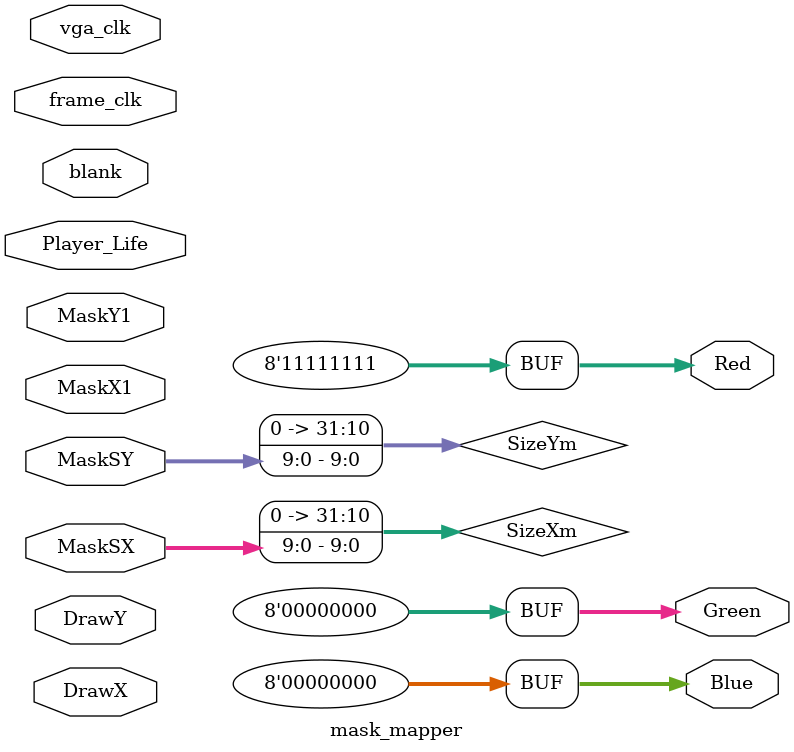
<source format=sv>
module  mask_mapper ( input			 vga_clk, frame_clk,
								input		 	 [3:0] Player_Life,
								input        [9:0] MaskX1, MaskY1, DrawX, DrawY, MaskSX, MaskSY,
								input			 blank, 
								output logic [7:0]  Red, Green, Blue );

//	//Initialization of the background 

	
	logic [7:0] rom_address_mask;
	logic [1:0] rom_q_mask;
	logic [3:0] palette_red_mask, palette_green_mask, palette_blue_mask;
	
	logic negedge_vga_clk;
	assign negedge_vga_clk= ~vga_clk;
	
	logic [9:0] mX,mY;
	assign mX = DrawX-(MaskX1-5)+1;
	assign mY = DrawY-(MaskY1-7)+1;
	

	assign rom_address_mask = ((mX * 12) / 12) + (((mY * 16) / 16) * 12);
	
	logic mask_on;
	int DistXm, DistYm, SizeXm, SizeYm;
	assign DistXm = DrawX - MaskX1;
   assign DistYm = DrawY - MaskY1;
	assign SizeXm = MaskSX;
	assign SizeYm = MaskSY;
	
	always_comb
   begin:mask_on_proc
			if((DistXm*DistXm<=SizeXm*SizeXm/4) &&(DistYm*DistYm<=SizeYm*SizeYm/4))
				mask_on = 1'b1;
			else 
            mask_on = 1'b0;
   end
	
	always_comb
   begin:RGB_Display//Display the image
//			if(mask_on == 1 'b1)
//			begin
				Red = 8'hff;
				Green = 8'h00;
				Blue = 8'h00;
//
//			end
			
//			else
//			begin
//				Red = 8'h00;
//				Green = 8'hff;
//				Blue = 8'h00;
//			end
	end


	HP_12_16_rom HP_12_16_rom (
		.clock   (negedge_vga_clk),
		.address (rom_address_mask),
		.q       (rom_q_mask)
	);

	HP_12_16_palette HP_12_16_palette (
		.index (rom_q_mask),
		.red   (palette_red_mask),
		.green (palette_green_mask),
		.blue  (palette_blue_mask)
	);	
	

endmodule 
</source>
